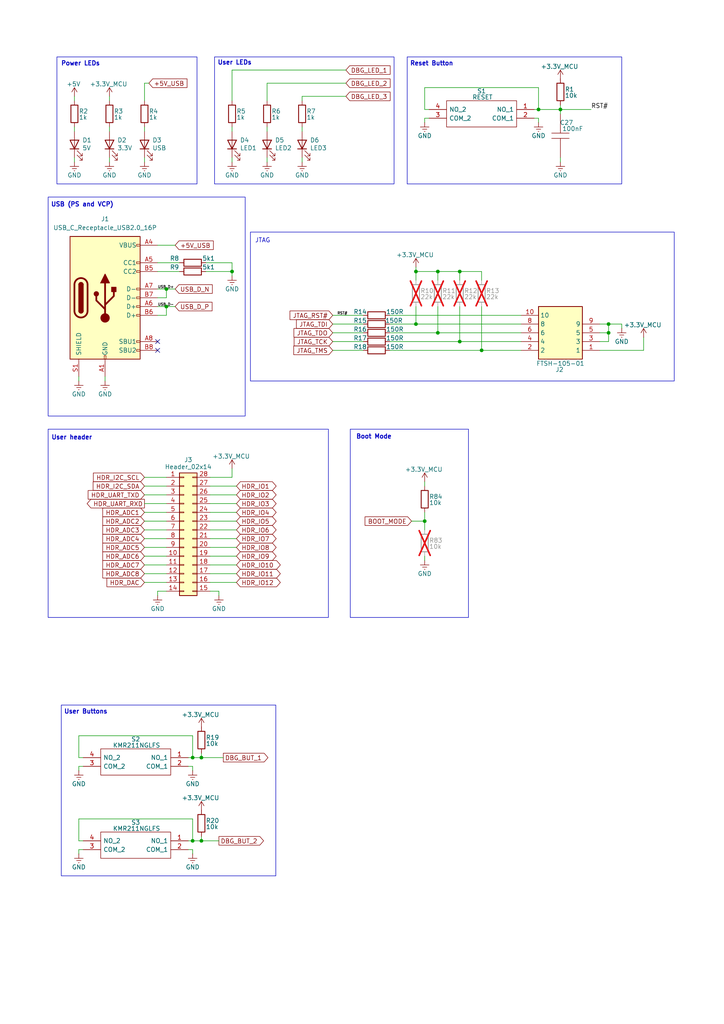
<source format=kicad_sch>
(kicad_sch (version 20231120) (generator "eeschema") (generator_version "8.0")
  (paper "A4" portrait)
  (lib_symbols
    (symbol "Connector:USB_C_Receptacle_USB2.0_16P" (pin_names (offset 1.016))
      (property "Reference" "J" (at 0 22.225 0))
      (property "Value" "USB_C_Receptacle_USB2.0_16P" (at 0 19.685 0))
      (symbol "USB_C_Receptacle_USB2.0_16P_0_0"
        (rectangle (start -0.254 -17.78) (end 0.254 -16.764))
        (rectangle (start 10.16 -14.986) (end 9.144 -15.494))
        (rectangle (start 10.16 -12.446) (end 9.144 -12.954))
        (rectangle (start 10.16 -4.826) (end 9.144 -5.334))
        (rectangle (start 10.16 -2.286) (end 9.144 -2.794))
        (rectangle (start 10.16 0.254) (end 9.144 -0.254))
        (rectangle (start 10.16 2.794) (end 9.144 2.286))
        (rectangle (start 10.16 7.874) (end 9.144 7.366))
        (rectangle (start 10.16 10.414) (end 9.144 9.906))
        (rectangle (start 10.16 15.494) (end 9.144 14.986))
      )
      (symbol "USB_C_Receptacle_USB2.0_16P_0_1"
        (rectangle (start -10.16 17.78) (end 10.16 -17.78) (stroke (width 0.254)) (fill (type background)))
        (arc (start -8.89 -3.81) (mid -6.985 -5.7067) (end -5.08 -3.81) (stroke (width 0.508)))
        (arc (start -7.62 -3.81) (mid -6.985 -4.4423) (end -6.35 -3.81) (stroke (width 0.254)))
        (arc (start -7.62 -3.81) (mid -6.985 -4.4423) (end -6.35 -3.81) (stroke (width 0.254)) (fill (type outline)))
        (rectangle (start -7.62 -3.81) (end -6.35 3.81) (stroke (width 0.254)) (fill (type outline)))
        (arc (start -6.35 3.81) (mid -6.985 4.4423) (end -7.62 3.81) (stroke (width 0.254)))
        (arc (start -6.35 3.81) (mid -6.985 4.4423) (end -7.62 3.81) (stroke (width 0.254)) (fill (type outline)))
        (arc (start -5.08 3.81) (mid -6.985 5.7067) (end -8.89 3.81) (stroke (width 0.508)))
        (circle (center -2.54 1.143) (radius 0.635) (stroke (width 0.254)) (fill (type outline)))
        (circle (center 0 -5.842) (radius 1.27) (fill (type outline)))
        (polyline (pts (xy -8.89 -3.81) (xy -8.89 3.81)) (stroke (width 0.508)))
        (polyline (pts (xy -5.08 3.81) (xy -5.08 -3.81)) (stroke (width 0.508)))
        (polyline (pts (xy 0 -5.842) (xy 0 4.318)) (stroke (width 0.508)))
        (polyline (pts (xy 0 -3.302) (xy -2.54 -0.762) (xy -2.54 0.508)) (stroke (width 0.508)))
        (polyline (pts (xy 0 -2.032) (xy 2.54 0.508) (xy 2.54 1.778)) (stroke (width 0.508)))
        (polyline (pts (xy -1.27 4.318) (xy 0 6.858) (xy 1.27 4.318) (xy -1.27 4.318)) (stroke (width 0.254)) (fill (type outline)))
        (rectangle (start 1.905 1.778) (end 3.175 3.048) (stroke (width 0.254)) (fill (type outline)))
      )
      (symbol "USB_C_Receptacle_USB2.0_16P_1_1"
        (pin passive line (at 0 -22.86 90) (length 5.08) (name "GND") (number "A1"))
        (pin passive line (at 0 -22.86 90) (length 5.08) hide (name "GND") (number "A12"))
        (pin passive line (at 15.24 15.24 180) (length 5.08) (name "VBUS") (number "A4"))
        (pin bidirectional line (at 15.24 10.16 180) (length 5.08) (name "CC1") (number "A5"))
        (pin bidirectional line (at 15.24 -2.54 180) (length 5.08) (name "D+") (number "A6"))
        (pin bidirectional line (at 15.24 2.54 180) (length 5.08) (name "D-") (number "A7"))
        (pin bidirectional line (at 15.24 -12.7 180) (length 5.08) (name "SBU1") (number "A8"))
        (pin passive line (at 15.24 15.24 180) (length 5.08) hide (name "VBUS") (number "A9"))
        (pin passive line (at 0 -22.86 90) (length 5.08) hide (name "GND") (number "B1"))
        (pin passive line (at 0 -22.86 90) (length 5.08) hide (name "GND") (number "B12"))
        (pin passive line (at 15.24 15.24 180) (length 5.08) hide (name "VBUS") (number "B4"))
        (pin bidirectional line (at 15.24 7.62 180) (length 5.08) (name "CC2") (number "B5"))
        (pin bidirectional line (at 15.24 -5.08 180) (length 5.08) (name "D+") (number "B6"))
        (pin bidirectional line (at 15.24 0 180) (length 5.08) (name "D-") (number "B7"))
        (pin bidirectional line (at 15.24 -15.24 180) (length 5.08) (name "SBU2") (number "B8"))
        (pin passive line (at 15.24 15.24 180) (length 5.08) hide (name "VBUS") (number "B9"))
        (pin passive line (at -7.62 -22.86 90) (length 5.08) (name "SHIELD") (number "S1"))
      )
    )
    (symbol "Connector_Generic:Conn_02x14_Counter_Clockwise" (pin_names (offset 1.016) hide)
      (property "Reference" "J" (at 1.27 17.78 0))
      (property "Value" "Conn_02x14_Counter_Clockwise" (at 1.27 -20.32 0))
      (symbol "Conn_02x14_Counter_Clockwise_1_1"
        (rectangle (start -1.27 -17.653) (end 0 -17.907) (stroke (width 0.1524)))
        (rectangle (start -1.27 -15.113) (end 0 -15.367) (stroke (width 0.1524)))
        (rectangle (start -1.27 -12.573) (end 0 -12.827) (stroke (width 0.1524)))
        (rectangle (start -1.27 -10.033) (end 0 -10.287) (stroke (width 0.1524)))
        (rectangle (start -1.27 -7.493) (end 0 -7.747) (stroke (width 0.1524)))
        (rectangle (start -1.27 -4.953) (end 0 -5.207) (stroke (width 0.1524)))
        (rectangle (start -1.27 -2.413) (end 0 -2.667) (stroke (width 0.1524)))
        (rectangle (start -1.27 0.127) (end 0 -0.127) (stroke (width 0.1524)))
        (rectangle (start -1.27 2.667) (end 0 2.413) (stroke (width 0.1524)))
        (rectangle (start -1.27 5.207) (end 0 4.953) (stroke (width 0.1524)))
        (rectangle (start -1.27 7.747) (end 0 7.493) (stroke (width 0.1524)))
        (rectangle (start -1.27 10.287) (end 0 10.033) (stroke (width 0.1524)))
        (rectangle (start -1.27 12.827) (end 0 12.573) (stroke (width 0.1524)))
        (rectangle (start -1.27 15.367) (end 0 15.113) (stroke (width 0.1524)))
        (rectangle (start -1.27 16.51) (end 3.81 -19.05) (stroke (width 0.254)) (fill (type background)))
        (rectangle (start 3.81 -17.653) (end 2.54 -17.907) (stroke (width 0.1524)))
        (rectangle (start 3.81 -15.113) (end 2.54 -15.367) (stroke (width 0.1524)))
        (rectangle (start 3.81 -12.573) (end 2.54 -12.827) (stroke (width 0.1524)))
        (rectangle (start 3.81 -10.033) (end 2.54 -10.287) (stroke (width 0.1524)))
        (rectangle (start 3.81 -7.493) (end 2.54 -7.747) (stroke (width 0.1524)))
        (rectangle (start 3.81 -4.953) (end 2.54 -5.207) (stroke (width 0.1524)))
        (rectangle (start 3.81 -2.413) (end 2.54 -2.667) (stroke (width 0.1524)))
        (rectangle (start 3.81 0.127) (end 2.54 -0.127) (stroke (width 0.1524)))
        (rectangle (start 3.81 2.667) (end 2.54 2.413) (stroke (width 0.1524)))
        (rectangle (start 3.81 5.207) (end 2.54 4.953) (stroke (width 0.1524)))
        (rectangle (start 3.81 7.747) (end 2.54 7.493) (stroke (width 0.1524)))
        (rectangle (start 3.81 10.287) (end 2.54 10.033) (stroke (width 0.1524)))
        (rectangle (start 3.81 12.827) (end 2.54 12.573) (stroke (width 0.1524)))
        (rectangle (start 3.81 15.367) (end 2.54 15.113) (stroke (width 0.1524)))
        (pin passive line (at -5.08 15.24 0) (length 3.81) (name "Pin_1") (number "1"))
        (pin passive line (at -5.08 -7.62 0) (length 3.81) (name "Pin_10") (number "10"))
        (pin passive line (at -5.08 -10.16 0) (length 3.81) (name "Pin_11") (number "11"))
        (pin passive line (at -5.08 -12.7 0) (length 3.81) (name "Pin_12") (number "12"))
        (pin passive line (at -5.08 -15.24 0) (length 3.81) (name "Pin_13") (number "13"))
        (pin passive line (at -5.08 -17.78 0) (length 3.81) (name "Pin_14") (number "14"))
        (pin passive line (at 7.62 -17.78 180) (length 3.81) (name "Pin_15") (number "15"))
        (pin passive line (at 7.62 -15.24 180) (length 3.81) (name "Pin_16") (number "16"))
        (pin passive line (at 7.62 -12.7 180) (length 3.81) (name "Pin_17") (number "17"))
        (pin passive line (at 7.62 -10.16 180) (length 3.81) (name "Pin_18") (number "18"))
        (pin passive line (at 7.62 -7.62 180) (length 3.81) (name "Pin_19") (number "19"))
        (pin passive line (at -5.08 12.7 0) (length 3.81) (name "Pin_2") (number "2"))
        (pin passive line (at 7.62 -5.08 180) (length 3.81) (name "Pin_20") (number "20"))
        (pin passive line (at 7.62 -2.54 180) (length 3.81) (name "Pin_21") (number "21"))
        (pin passive line (at 7.62 0 180) (length 3.81) (name "Pin_22") (number "22"))
        (pin passive line (at 7.62 2.54 180) (length 3.81) (name "Pin_23") (number "23"))
        (pin passive line (at 7.62 5.08 180) (length 3.81) (name "Pin_24") (number "24"))
        (pin passive line (at 7.62 7.62 180) (length 3.81) (name "Pin_25") (number "25"))
        (pin passive line (at 7.62 10.16 180) (length 3.81) (name "Pin_26") (number "26"))
        (pin passive line (at 7.62 12.7 180) (length 3.81) (name "Pin_27") (number "27"))
        (pin passive line (at 7.62 15.24 180) (length 3.81) (name "Pin_28") (number "28"))
        (pin passive line (at -5.08 10.16 0) (length 3.81) (name "Pin_3") (number "3"))
        (pin passive line (at -5.08 7.62 0) (length 3.81) (name "Pin_4") (number "4"))
        (pin passive line (at -5.08 5.08 0) (length 3.81) (name "Pin_5") (number "5"))
        (pin passive line (at -5.08 2.54 0) (length 3.81) (name "Pin_6") (number "6"))
        (pin passive line (at -5.08 0 0) (length 3.81) (name "Pin_7") (number "7"))
        (pin passive line (at -5.08 -2.54 0) (length 3.81) (name "Pin_8") (number "8"))
        (pin passive line (at -5.08 -5.08 0) (length 3.81) (name "Pin_9") (number "9"))
      )
    )
    (symbol "Device:LED" (pin_numbers hide) (pin_names (offset 1.016) hide)
      (property "Reference" "D" (at 0 2.54 0))
      (property "Value" "LED" (at 0 -2.54 0))
      (symbol "LED_0_1"
        (polyline (pts (xy -1.27 -1.27) (xy -1.27 1.27)) (stroke (width 0.254)))
        (polyline (pts (xy -1.27 0) (xy 1.27 0)))
        (polyline (pts (xy 1.27 -1.27) (xy 1.27 1.27) (xy -1.27 0) (xy 1.27 -1.27)) (stroke (width 0.254)))
        (polyline (pts (xy -3.048 -0.762) (xy -4.572 -2.286) (xy -3.81 -2.286) (xy -4.572 -2.286) (xy -4.572 -1.524)))
        (polyline (pts (xy -1.778 -0.762) (xy -3.302 -2.286) (xy -2.54 -2.286) (xy -3.302 -2.286) (xy -3.302 -1.524)))
      )
      (symbol "LED_1_1"
        (pin passive line (at -3.81 0 0) (length 2.54) (name "K") (number "1"))
        (pin passive line (at 3.81 0 180) (length 2.54) (name "A") (number "2"))
      )
    )
    (symbol "Device:R" (pin_numbers hide) (pin_names (offset 0))
      (property "Reference" "R" (at 2.032 0 90))
      (property "Value" "R" (at 0 0 90))
      (symbol "R_0_1"
        (rectangle (start -1.016 -2.54) (end 1.016 2.54) (stroke (width 0.254)))
      )
      (symbol "R_1_1"
        (pin passive line (at 0 3.81 270) (length 1.27) (name "~") (number "1"))
        (pin passive line (at 0 -3.81 90) (length 1.27) (name "~") (number "2"))
      )
    )
    (symbol "RA8M1:885012205092" (pin_numbers hide) (pin_names (offset 0.762))
      (property "Reference" "C" (at 8.89 6.35 0))
      (property "Value" "885012205092" (at 8.89 3.81 0))
      (symbol "885012205092_0_0"
        (pin passive line (at 0 0 0) (length 5.08) (name "~") (number "1"))
        (pin passive line (at 12.7 0 180) (length 5.08) (name "~") (number "2"))
      )
      (symbol "885012205092_0_1"
        (polyline (pts (xy 5.08 0) (xy 5.588 0)) (stroke (width 0.1524)))
        (polyline (pts (xy 5.588 2.54) (xy 5.588 -2.54)) (stroke (width 0.1524)))
        (polyline (pts (xy 7.112 0) (xy 7.62 0)) (stroke (width 0.1524)))
        (polyline (pts (xy 7.112 2.54) (xy 7.112 -2.54)) (stroke (width 0.1524)))
      )
    )
    (symbol "RA8M1:FTSH-105-01-L-DV-007-K-P-TR"
      (property "Reference" "J" (at 19.05 7.62 0))
      (property "Value" "FTSH-105-01-L-DV-007-K-P-TR" (at 19.05 5.08 0))
      (symbol "FTSH-105-01-L-DV-007-K-P-TR_1_1"
        (rectangle (start 5.08 2.54) (end 17.78 -12.7) (stroke (width 0.254)) (fill (type background)))
        (pin passive line (at 0 0 0) (length 5.08) (name "1") (number "1"))
        (pin passive line (at 22.86 -10.16 180) (length 5.08) (name "10") (number "10"))
        (pin passive line (at 22.86 0 180) (length 5.08) (name "2") (number "2"))
        (pin passive line (at 0 -2.54 0) (length 5.08) (name "3") (number "3"))
        (pin passive line (at 22.86 -2.54 180) (length 5.08) (name "4") (number "4"))
        (pin passive line (at 0 -5.08 0) (length 5.08) (name "5") (number "5"))
        (pin passive line (at 22.86 -5.08 180) (length 5.08) (name "6") (number "6"))
        (pin passive line (at 22.86 -7.62 180) (length 5.08) (name "8") (number "8"))
        (pin passive line (at 0 -7.62 0) (length 5.08) (name "9") (number "9"))
      )
    )
    (symbol "RA8M1:KMR211NGLFS" (pin_names (offset 0.762))
      (property "Reference" "S" (at 26.67 7.62 0))
      (property "Value" "KMR211NGLFS" (at 26.67 5.08 0))
      (symbol "KMR211NGLFS_0_0"
        (pin passive line (at 30.48 0 180) (length 5.08) (name "NO_1") (number "1"))
        (pin passive line (at 30.48 -2.54 180) (length 5.08) (name "COM_1") (number "2"))
        (pin passive line (at 0 -2.54 0) (length 5.08) (name "COM_2") (number "3"))
        (pin passive line (at 0 0 0) (length 5.08) (name "NO_2") (number "4"))
      )
      (symbol "KMR211NGLFS_0_1"
        (polyline (pts (xy 5.08 2.54) (xy 25.4 2.54) (xy 25.4 -5.08) (xy 5.08 -5.08) (xy 5.08 2.54)) (stroke (width 0.1524)))
      )
    )
    (symbol "power:+3.3V" (power) (pin_numbers hide) (pin_names (offset 0) hide)
      (property "Value" "+3.3V" (at 0 3.556 0))
      (symbol "+3.3V_0_1"
        (polyline (pts (xy -0.762 1.27) (xy 0 2.54)))
        (polyline (pts (xy 0 0) (xy 0 2.54)))
        (polyline (pts (xy 0 2.54) (xy 0.762 1.27)))
      )
      (symbol "+3.3V_1_1"
        (pin power_in line (at 0 0 90) (length 0) (name "~") (number "1"))
      )
    )
    (symbol "power:Earth" (power) (pin_numbers hide) (pin_names (offset 0) hide)
      (property "Value" "Earth" (at 0 -3.81 0))
      (symbol "Earth_0_1"
        (polyline (pts (xy -0.635 -1.905) (xy 0.635 -1.905)))
        (polyline (pts (xy -0.127 -2.54) (xy 0.127 -2.54)))
        (polyline (pts (xy 0 -1.27) (xy 0 0)))
        (polyline (pts (xy 1.27 -1.27) (xy -1.27 -1.27)))
      )
      (symbol "Earth_1_1"
        (pin power_in line (at 0 0 270) (length 0) (name "~") (number "1"))
      )
    )
  )
  (junction (at 55.88 219.71))
  (junction (at 58.42 243.84))
  (junction (at 120.65 93.98))
  (junction (at 48.26 83.82))
  (junction (at 176.53 93.98))
  (junction (at 48.26 88.9))
  (junction (at 120.65 78.74))
  (junction (at 67.31 78.74))
  (junction (at 58.42 219.71))
  (junction (at 127 96.52))
  (junction (at 176.53 96.52))
  (junction (at 133.35 78.74))
  (junction (at 55.88 243.84))
  (junction (at 133.35 99.06))
  (junction (at 162.56 31.75))
  (junction (at 127 78.74))
  (junction (at 123.19 151.13))
  (junction (at 139.7 101.6))
  (junction (at 156.21 31.75))
  (no_connect (at 45.72 99.06))
  (no_connect (at 45.72 101.6))
  (wire (pts (xy 133.35 78.74) (xy 139.7 78.74)))
  (wire (pts (xy 41.91 45.72) (xy 41.91 46.99)))
  (wire (pts (xy 100.33 24.13) (xy 77.47 24.13)))
  (wire (pts (xy 67.31 80.01) (xy 67.31 78.74)))
  (wire (pts (xy 48.26 91.44) (xy 45.72 91.44)))
  (wire (pts (xy 113.03 99.06) (xy 133.35 99.06)))
  (wire (pts (xy 156.21 25.4) (xy 156.21 31.75)))
  (wire (pts (xy 58.42 243.84) (xy 63.5 243.84)))
  (wire (pts (xy 22.86 243.84) (xy 22.86 237.49)))
  (wire (pts (xy 21.59 45.72) (xy 21.59 46.99)))
  (wire (pts (xy 133.35 88.9) (xy 133.35 99.06)))
  (wire (pts (xy 55.88 213.36) (xy 55.88 219.71)))
  (wire (pts (xy 180.34 93.98) (xy 176.53 93.98)))
  (wire (pts (xy 124.46 31.75) (xy 123.19 31.75)))
  (wire (pts (xy 124.46 34.29) (xy 123.19 34.29)))
  (wire (pts (xy 156.21 31.75) (xy 162.56 31.75)))
  (wire (pts (xy 59.69 76.2) (xy 67.31 76.2)))
  (wire (pts (xy 24.13 219.71) (xy 22.86 219.71)))
  (wire (pts (xy 58.42 242.57) (xy 58.42 243.84)))
  (wire (pts (xy 120.65 77.47) (xy 120.65 78.74)))
  (wire (pts (xy 58.42 243.84) (xy 55.88 243.84)))
  (wire (pts (xy 63.5 171.45) (xy 63.5 172.72)))
  (wire (pts (xy 173.99 99.06) (xy 176.53 99.06)))
  (wire (pts (xy 41.91 168.91) (xy 48.26 168.91)))
  (wire (pts (xy 77.47 24.13) (xy 77.47 29.21)))
  (wire (pts (xy 41.91 36.83) (xy 41.91 38.1)))
  (wire (pts (xy 31.75 27.94) (xy 31.75 29.21)))
  (wire (pts (xy 87.63 36.83) (xy 87.63 38.1)))
  (wire (pts (xy 55.88 222.25) (xy 55.88 223.52)))
  (wire (pts (xy 60.96 158.75) (xy 68.58 158.75)))
  (wire (pts (xy 41.91 148.59) (xy 48.26 148.59)))
  (wire (pts (xy 162.56 46.99) (xy 162.56 45.72)))
  (wire (pts (xy 58.42 219.71) (xy 55.88 219.71)))
  (wire (pts (xy 41.91 153.67) (xy 48.26 153.67)))
  (wire (pts (xy 30.48 110.49) (xy 30.48 109.22)))
  (wire (pts (xy 139.7 88.9) (xy 139.7 101.6)))
  (wire (pts (xy 48.26 171.45) (xy 45.72 171.45)))
  (wire (pts (xy 127 88.9) (xy 127 96.52)))
  (wire (pts (xy 24.13 243.84) (xy 22.86 243.84)))
  (wire (pts (xy 41.91 151.13) (xy 48.26 151.13)))
  (wire (pts (xy 59.69 78.74) (xy 67.31 78.74)))
  (wire (pts (xy 176.53 99.06) (xy 176.53 96.52)))
  (wire (pts (xy 60.96 148.59) (xy 68.58 148.59)))
  (wire (pts (xy 45.72 71.12) (xy 50.8 71.12)))
  (wire (pts (xy 41.91 140.97) (xy 48.26 140.97)))
  (wire (pts (xy 67.31 45.72) (xy 67.31 46.99)))
  (wire (pts (xy 60.96 140.97) (xy 68.58 140.97)))
  (wire (pts (xy 41.91 166.37) (xy 48.26 166.37)))
  (wire (pts (xy 55.88 246.38) (xy 55.88 247.65)))
  (wire (pts (xy 24.13 222.25) (xy 22.86 222.25)))
  (wire (pts (xy 55.88 243.84) (xy 54.61 243.84)))
  (wire (pts (xy 156.21 34.29) (xy 156.21 35.56)))
  (wire (pts (xy 123.19 31.75) (xy 123.19 25.4)))
  (wire (pts (xy 48.26 86.36) (xy 45.72 86.36)))
  (wire (pts (xy 60.96 163.83) (xy 68.58 163.83)))
  (wire (pts (xy 127 78.74) (xy 133.35 78.74)))
  (wire (pts (xy 22.86 213.36) (xy 55.88 213.36)))
  (wire (pts (xy 180.34 95.25) (xy 180.34 93.98)))
  (wire (pts (xy 162.56 31.75) (xy 171.45 31.75)))
  (wire (pts (xy 22.86 237.49) (xy 55.88 237.49)))
  (wire (pts (xy 162.56 33.02) (xy 162.56 31.75)))
  (wire (pts (xy 48.26 88.9) (xy 48.26 91.44)))
  (wire (pts (xy 60.96 143.51) (xy 68.58 143.51)))
  (wire (pts (xy 60.96 146.05) (xy 68.58 146.05)))
  (wire (pts (xy 123.19 151.13) (xy 123.19 153.67)))
  (wire (pts (xy 120.65 78.74) (xy 127 78.74)))
  (wire (pts (xy 123.19 139.7) (xy 123.19 140.97)))
  (wire (pts (xy 48.26 83.82) (xy 48.26 86.36)))
  (wire (pts (xy 119.38 151.13) (xy 123.19 151.13)))
  (wire (pts (xy 96.52 91.44) (xy 105.41 91.44)))
  (wire (pts (xy 31.75 45.72) (xy 31.75 46.99)))
  (wire (pts (xy 67.31 138.43) (xy 60.96 138.43)))
  (wire (pts (xy 60.96 156.21) (xy 68.58 156.21)))
  (wire (pts (xy 48.26 88.9) (xy 50.8 88.9)))
  (wire (pts (xy 60.96 151.13) (xy 68.58 151.13)))
  (wire (pts (xy 123.19 148.59) (xy 123.19 151.13)))
  (wire (pts (xy 45.72 88.9) (xy 48.26 88.9)))
  (wire (pts (xy 113.03 96.52) (xy 127 96.52)))
  (wire (pts (xy 48.26 83.82) (xy 50.8 83.82)))
  (wire (pts (xy 120.65 81.28) (xy 120.65 78.74)))
  (wire (pts (xy 60.96 168.91) (xy 68.58 168.91)))
  (wire (pts (xy 67.31 36.83) (xy 67.31 38.1)))
  (wire (pts (xy 22.86 110.49) (xy 22.86 109.22)))
  (wire (pts (xy 133.35 78.74) (xy 133.35 81.28)))
  (wire (pts (xy 45.72 171.45) (xy 45.72 172.72)))
  (wire (pts (xy 60.96 153.67) (xy 68.58 153.67)))
  (wire (pts (xy 55.88 219.71) (xy 54.61 219.71)))
  (wire (pts (xy 31.75 36.83) (xy 31.75 38.1)))
  (wire (pts (xy 173.99 96.52) (xy 176.53 96.52)))
  (wire (pts (xy 77.47 45.72) (xy 77.47 46.99)))
  (wire (pts (xy 162.56 30.48) (xy 162.56 31.75)))
  (wire (pts (xy 156.21 31.75) (xy 154.94 31.75)))
  (wire (pts (xy 67.31 20.32) (xy 67.31 29.21)))
  (wire (pts (xy 186.69 97.79) (xy 186.69 101.6)))
  (wire (pts (xy 45.72 76.2) (xy 52.07 76.2)))
  (wire (pts (xy 54.61 246.38) (xy 55.88 246.38)))
  (wire (pts (xy 123.19 34.29) (xy 123.19 35.56)))
  (wire (pts (xy 113.03 91.44) (xy 151.13 91.44)))
  (wire (pts (xy 41.91 161.29) (xy 48.26 161.29)))
  (wire (pts (xy 96.52 101.6) (xy 105.41 101.6)))
  (wire (pts (xy 41.91 143.51) (xy 48.26 143.51)))
  (wire (pts (xy 123.19 25.4) (xy 156.21 25.4)))
  (wire (pts (xy 123.19 161.29) (xy 123.19 162.56)))
  (wire (pts (xy 41.91 138.43) (xy 48.26 138.43)))
  (wire (pts (xy 176.53 96.52) (xy 176.53 93.98)))
  (wire (pts (xy 45.72 83.82) (xy 48.26 83.82)))
  (wire (pts (xy 154.94 34.29) (xy 156.21 34.29)))
  (wire (pts (xy 43.18 24.13) (xy 41.91 24.13)))
  (wire (pts (xy 41.91 158.75) (xy 48.26 158.75)))
  (wire (pts (xy 96.52 96.52) (xy 105.41 96.52)))
  (wire (pts (xy 113.03 101.6) (xy 139.7 101.6)))
  (wire (pts (xy 127 96.52) (xy 151.13 96.52)))
  (wire (pts (xy 55.88 237.49) (xy 55.88 243.84)))
  (wire (pts (xy 67.31 135.89) (xy 67.31 138.43)))
  (wire (pts (xy 186.69 101.6) (xy 173.99 101.6)))
  (wire (pts (xy 96.52 99.06) (xy 105.41 99.06)))
  (wire (pts (xy 41.91 146.05) (xy 48.26 146.05)))
  (wire (pts (xy 120.65 93.98) (xy 151.13 93.98)))
  (wire (pts (xy 22.86 222.25) (xy 22.86 223.52)))
  (wire (pts (xy 113.03 93.98) (xy 120.65 93.98)))
  (wire (pts (xy 58.42 219.71) (xy 64.77 219.71)))
  (wire (pts (xy 21.59 27.94) (xy 21.59 29.21)))
  (wire (pts (xy 100.33 20.32) (xy 67.31 20.32)))
  (wire (pts (xy 96.52 93.98) (xy 105.41 93.98)))
  (wire (pts (xy 100.33 27.94) (xy 87.63 27.94)))
  (wire (pts (xy 41.91 24.13) (xy 41.91 29.21)))
  (wire (pts (xy 87.63 45.72) (xy 87.63 46.99)))
  (wire (pts (xy 22.86 246.38) (xy 22.86 247.65)))
  (wire (pts (xy 58.42 218.44) (xy 58.42 219.71)))
  (wire (pts (xy 176.53 93.98) (xy 173.99 93.98)))
  (wire (pts (xy 41.91 156.21) (xy 48.26 156.21)))
  (wire (pts (xy 67.31 76.2) (xy 67.31 78.74)))
  (wire (pts (xy 21.59 36.83) (xy 21.59 38.1)))
  (wire (pts (xy 60.96 171.45) (xy 63.5 171.45)))
  (wire (pts (xy 24.13 246.38) (xy 22.86 246.38)))
  (wire (pts (xy 139.7 78.74) (xy 139.7 81.28)))
  (wire (pts (xy 139.7 101.6) (xy 151.13 101.6)))
  (wire (pts (xy 22.86 219.71) (xy 22.86 213.36)))
  (wire (pts (xy 120.65 88.9) (xy 120.65 93.98)))
  (wire (pts (xy 127 78.74) (xy 127 81.28)))
  (wire (pts (xy 60.96 166.37) (xy 68.58 166.37)))
  (wire (pts (xy 77.47 36.83) (xy 77.47 38.1)))
  (wire (pts (xy 45.72 78.74) (xy 52.07 78.74)))
  (wire (pts (xy 41.91 163.83) (xy 48.26 163.83)))
  (wire (pts (xy 60.96 161.29) (xy 68.58 161.29)))
  (wire (pts (xy 87.63 27.94) (xy 87.63 29.21)))
  (wire (pts (xy 133.35 99.06) (xy 151.13 99.06)))
  (wire (pts (xy 54.61 222.25) (xy 55.88 222.25)))
  (rectangle (start 16.51 16.51) (end 57.15 53.34))
  (rectangle (start 72.644 67.31) (end 195.58 110.49))
  (rectangle (start 118.11 16.51) (end 180.34 53.34))
  (rectangle (start 13.97 57.15) (end 71.12 120.65))
  (rectangle (start 101.6 124.46) (end 135.89 179.07))
  (rectangle (start 62.23 16.51) (end 114.3 53.34))
  (rectangle (start 13.97 124.46) (end 95.25 179.07))
  (rectangle (start 17.78 204.47) (end 80.01 254))
  (text "User header" (at 20.828 127 0) (effects (font (size 1.27 1.27) (thickness 0.254) (bold yes))))
  (text "User Buttons" (at 24.892 206.502 0) (effects (font (size 1.27 1.27) (thickness 0.254) (bold yes))))
  (text "Power LEDs" (at 23.368 18.542 0) (effects (font (size 1.27 1.27) (thickness 0.254) (bold yes))))
  (text "User LEDs" (at 68.072 18.288 0) (effects (font (size 1.27 1.27) (thickness 0.254) (bold yes))))
  (text "USB (PS and VCP)" (at 23.876 59.436 0) (effects (font (size 1.27 1.27) (thickness 0.254) (bold yes))))
  (text "JTAG" (at 76.2 69.85 0) (effects (font (size 1.27 1.27))))
  (text "Reset Button" (at 125.222 18.542 0) (effects (font (size 1.27 1.27) (thickness 0.254) (bold yes))))
  (text "Boot Mode" (at 108.458 126.746 0) (effects (font (size 1.27 1.27) (thickness 0.254) (bold yes))))
  (label "RST#" (at 171.45 31.75 0))
  (label "USB_D-" (at 45.72 88.9 0) (effects (font (size 0.762 0.762))))
  (label "RST#" (at 97.79 91.44 0) (effects (font (size 0.762 0.762))))
  (label "USB_D+" (at 45.72 83.82 0) (effects (font (size 0.762 0.762))))
  (global_label "JTAG_TCK" (shape input) (at 96.52 99.06 180) (property "Intersheetrefs" "${INTERSHEET_REFS}" (effects (hide yes))))
  (global_label "HDR_I2C_SCL" (shape input) (at 41.91 138.43 180) (property "Intersheetrefs" "${INTERSHEET_REFS}" (effects (hide yes))))
  (global_label "HDR_IO9" (shape bidirectional) (at 68.58 161.29 0) (property "Intersheetrefs" "${INTERSHEET_REFS}" (effects (hide yes))))
  (global_label "+5V_USB" (shape input) (at 43.18 24.13 0) (property "Intersheetrefs" "${INTERSHEET_REFS}" (effects (hide yes))))
  (global_label "HDR_ADC2" (shape input) (at 41.91 151.13 180) (property "Intersheetrefs" "${INTERSHEET_REFS}" (effects (hide yes))))
  (global_label "JTAG_TMS" (shape input) (at 96.52 101.6 180) (property "Intersheetrefs" "${INTERSHEET_REFS}" (effects (hide yes))))
  (global_label "DBG_LED_1" (shape input) (at 100.33 20.32 0) (property "Intersheetrefs" "${INTERSHEET_REFS}" (effects (hide yes))))
  (global_label "USB_D_P" (shape input) (at 50.8 88.9 0) (property "Intersheetrefs" "${INTERSHEET_REFS}" (effects (hide yes))))
  (global_label "HDR_IO3" (shape bidirectional) (at 68.58 146.05 0) (property "Intersheetrefs" "${INTERSHEET_REFS}" (effects (hide yes))))
  (global_label "HDR_UART_RXD" (shape output) (at 41.91 146.05 180) (property "Intersheetrefs" "${INTERSHEET_REFS}" (effects (hide yes))))
  (global_label "HDR_IO4" (shape bidirectional) (at 68.58 148.59 0) (property "Intersheetrefs" "${INTERSHEET_REFS}" (effects (hide yes))))
  (global_label "HDR_ADC1" (shape input) (at 41.91 148.59 180) (property "Intersheetrefs" "${INTERSHEET_REFS}" (effects (hide yes))))
  (global_label "HDR_IO7" (shape bidirectional) (at 68.58 156.21 0) (property "Intersheetrefs" "${INTERSHEET_REFS}" (effects (hide yes))))
  (global_label "HDR_ADC4" (shape input) (at 41.91 156.21 180) (property "Intersheetrefs" "${INTERSHEET_REFS}" (effects (hide yes))))
  (global_label "HDR_IO6" (shape bidirectional) (at 68.58 153.67 0) (property "Intersheetrefs" "${INTERSHEET_REFS}" (effects (hide yes))))
  (global_label "HDR_IO5" (shape bidirectional) (at 68.58 151.13 0) (property "Intersheetrefs" "${INTERSHEET_REFS}" (effects (hide yes))))
  (global_label "HDR_IO8" (shape bidirectional) (at 68.58 158.75 0) (property "Intersheetrefs" "${INTERSHEET_REFS}" (effects (hide yes))))
  (global_label "HDR_IO11" (shape bidirectional) (at 68.58 166.37 0) (property "Intersheetrefs" "${INTERSHEET_REFS}" (effects (hide yes))))
  (global_label "DBG_BUT_1" (shape output) (at 64.77 219.71 0) (property "Intersheetrefs" "${INTERSHEET_REFS}" (effects (hide yes))))
  (global_label "HDR_ADC3" (shape input) (at 41.91 153.67 180) (property "Intersheetrefs" "${INTERSHEET_REFS}" (effects (hide yes))))
  (global_label "HDR_IO2" (shape bidirectional) (at 68.58 143.51 0) (property "Intersheetrefs" "${INTERSHEET_REFS}" (effects (hide yes))))
  (global_label "JTAG_TDO" (shape input) (at 96.52 96.52 180) (property "Intersheetrefs" "${INTERSHEET_REFS}" (effects (hide yes))))
  (global_label "JTAG_TDI" (shape input) (at 96.52 93.98 180) (property "Intersheetrefs" "${INTERSHEET_REFS}" (effects (hide yes))))
  (global_label "HDR_IO1" (shape bidirectional) (at 68.58 140.97 0) (property "Intersheetrefs" "${INTERSHEET_REFS}" (effects (hide yes))))
  (global_label "BOOT_MODE" (shape input) (at 119.38 151.13 180) (property "Intersheetrefs" "${INTERSHEET_REFS}" (effects (hide yes))))
  (global_label "DBG_LED_2" (shape input) (at 100.33 24.13 0) (property "Intersheetrefs" "${INTERSHEET_REFS}" (effects (hide yes))))
  (global_label "HDR_ADC6" (shape input) (at 41.91 161.29 180) (property "Intersheetrefs" "${INTERSHEET_REFS}" (effects (hide yes))))
  (global_label "USB_D_N" (shape input) (at 50.8 83.82 0) (property "Intersheetrefs" "${INTERSHEET_REFS}" (effects (hide yes))))
  (global_label "+5V_USB" (shape input) (at 50.8 71.12 0) (property "Intersheetrefs" "${INTERSHEET_REFS}" (effects (hide yes))))
  (global_label "HDR_ADC5" (shape input) (at 41.91 158.75 180) (property "Intersheetrefs" "${INTERSHEET_REFS}" (effects (hide yes))))
  (global_label "HDR_I2C_SDA" (shape input) (at 41.91 140.97 180) (property "Intersheetrefs" "${INTERSHEET_REFS}" (effects (hide yes))))
  (global_label "HDR_UART_TXD" (shape input) (at 41.91 143.51 180) (property "Intersheetrefs" "${INTERSHEET_REFS}" (effects (hide yes))))
  (global_label "DBG_LED_3" (shape input) (at 100.33 27.94 0) (property "Intersheetrefs" "${INTERSHEET_REFS}" (effects (hide yes))))
  (global_label "HDR_DAC" (shape input) (at 41.91 168.91 180) (property "Intersheetrefs" "${INTERSHEET_REFS}" (effects (hide yes))))
  (global_label "HDR_ADC8" (shape input) (at 41.91 166.37 180) (property "Intersheetrefs" "${INTERSHEET_REFS}" (effects (hide yes))))
  (global_label "JTAG_RST#" (shape input) (at 96.52 91.44 180) (property "Intersheetrefs" "${INTERSHEET_REFS}" (effects (hide yes))))
  (global_label "HDR_IO10" (shape bidirectional) (at 68.58 163.83 0) (property "Intersheetrefs" "${INTERSHEET_REFS}" (effects (hide yes))))
  (global_label "DBG_BUT_2" (shape output) (at 63.5 243.84 0) (property "Intersheetrefs" "${INTERSHEET_REFS}" (effects (hide yes))))
  (global_label "HDR_ADC7" (shape input) (at 41.91 163.83 180) (property "Intersheetrefs" "${INTERSHEET_REFS}" (effects (hide yes))))
  (global_label "HDR_IO12" (shape bidirectional) (at 68.58 168.91 0) (property "Intersheetrefs" "${INTERSHEET_REFS}" (effects (hide yes))))
  (symbol (lib_id "Device:R") (at 133.35 85.09 0) (unit 1) (dnp yes)
    (property "Reference" "R12" (at 134.62 84.328 0) (effects (justify left)))
    (property "Value" "22k" (at 134.62 86.106 0) (effects (justify left)))
    (property "Footprint" "Resistor_SMD:R_0402_1005Metric" (effects (hide yes)))
    (property "Description" "Resistor" (effects (hide yes)))
    (property "Manufacturer" "Würth Elektronik" (effects (hide yes)))
    (property "MPN" " 560112110098" (effects (hide yes)))
  )
  (symbol (lib_id "power:Earth") (at 22.86 247.65 0) (unit 1)
    (property "Reference" "#PWR047" (effects (hide yes)))
    (property "Value" "GND" (at 22.86 251.46 0))
    (property "Description" "Power symbol creates a global label with name \"Earth\"" (effects (hide yes)))
  )
  (symbol (lib_id "power:+3.3V") (at 67.31 135.89 0) (unit 1)
    (property "Reference" "#PWR040" (effects (hide yes)))
    (property "Value" "+3.3V_MCU" (at 67.056 132.334 0))
    (property "Description" "Power symbol creates a global label with name \"+3.3V\"" (effects (hide yes)))
  )
  (symbol (lib_id "Device:LED") (at 87.63 41.91 90) (unit 1)
    (property "Reference" "D6" (at 89.916 40.64 90) (effects (justify right)))
    (property "Value" "LED3" (at 89.916 42.926 90) (effects (justify right)))
    (property "Footprint" "LED_SMD:LED_0805_2012Metric" (effects (hide yes)))
    (property "Description" "Light emitting diode" (effects (hide yes)))
    (property "Manufacturer" "Wurth Elektronik " (effects (hide yes)))
    (property "MPN" "150080RS75000 " (effects (hide yes)))
  )
  (symbol (lib_id "Device:R") (at 77.47 33.02 0) (unit 1)
    (property "Reference" "R6" (at 78.74 32.258 0) (effects (justify left)))
    (property "Value" "1k" (at 78.74 34.036 0) (effects (justify left)))
    (property "Footprint" "Resistor_SMD:R_0402_1005Metric" (effects (hide yes)))
    (property "Description" "Resistor" (effects (hide yes)))
    (property "Manufacturer" "Würth Elektronik" (effects (hide yes)))
    (property "MPN" "560112110012" (effects (hide yes)))
  )
  (symbol (lib_id "Device:R") (at 109.22 101.6 90) (unit 1)
    (property "Reference" "R18" (at 106.426 100.584 90) (effects (justify left)))
    (property "Value" "150R" (at 117.094 100.584 90) (effects (justify left)))
    (property "Footprint" "Resistor_SMD:R_0402_1005Metric" (effects (hide yes)))
    (property "Description" "Resistor" (effects (hide yes)))
    (property "Manufacturer" "Würth Elektronik" (effects (hide yes)))
    (property "MPN" "560112110061" (effects (hide yes)))
  )
  (symbol (lib_id "Device:LED") (at 31.75 41.91 90) (unit 1)
    (property "Reference" "D2" (at 34.036 40.64 90) (effects (justify right)))
    (property "Value" "3.3V" (at 34.036 42.926 90) (effects (justify right)))
    (property "Footprint" "LED_SMD:LED_0805_2012Metric" (effects (hide yes)))
    (property "Description" "Light emitting diode" (effects (hide yes)))
    (property "Manufacturer" "Wurth Elektronik " (effects (hide yes)))
    (property "MPN" "150080RS75000 " (effects (hide yes)))
  )
  (symbol (lib_id "power:Earth") (at 55.88 223.52 0) (unit 1)
    (property "Reference" "#PWR045" (effects (hide yes)))
    (property "Value" "GND" (at 55.88 227.33 0))
    (property "Description" "Power symbol creates a global label with name \"Earth\"" (effects (hide yes)))
  )
  (symbol (lib_id "Device:R") (at 139.7 85.09 0) (unit 1) (dnp yes)
    (property "Reference" "R13" (at 140.97 84.328 0) (effects (justify left)))
    (property "Value" "22k" (at 140.97 86.106 0) (effects (justify left)))
    (property "Footprint" "Resistor_SMD:R_0402_1005Metric" (effects (hide yes)))
    (property "Description" "Resistor" (effects (hide yes)))
    (property "Manufacturer" "Würth Elektronik" (effects (hide yes)))
    (property "MPN" " 560112110098" (effects (hide yes)))
  )
  (symbol (lib_id "Device:R") (at 123.19 144.78 0) (unit 1)
    (property "Reference" "R84" (at 124.46 144.018 0) (effects (justify left)))
    (property "Value" "10k" (at 124.46 145.796 0) (effects (justify left)))
    (property "Footprint" "Resistor_SMD:R_0402_1005Metric" (effects (hide yes)))
    (property "Description" "Resistor" (effects (hide yes)))
    (property "Manufacturer" "Würth Elektronik" (effects (hide yes)))
    (property "MPN" "560112110020" (effects (hide yes)))
  )
  (symbol (lib_id "power:Earth") (at 156.21 35.56 0) (unit 1)
    (property "Reference" "#PWR026" (effects (hide yes)))
    (property "Value" "GND" (at 156.21 39.37 0))
    (property "Description" "Power symbol creates a global label with name \"Earth\"" (effects (hide yes)))
  )
  (symbol (lib_id "power:+3.3V") (at 31.75 27.94 0) (unit 1)
    (property "Reference" "#PWR024" (effects (hide yes)))
    (property "Value" "+3.3V_MCU" (at 31.496 24.384 0))
    (property "Description" "Power symbol creates a global label with name \"+3.3V\"" (effects (hide yes)))
  )
  (symbol (lib_id "power:+3.3V") (at 58.42 234.95 0) (unit 1)
    (property "Reference" "#PWR046" (effects (hide yes)))
    (property "Value" "+3.3V_MCU" (at 58.166 231.394 0))
    (property "Description" "Power symbol creates a global label with name \"+3.3V\"" (effects (hide yes)))
  )
  (symbol (lib_id "power:Earth") (at 180.34 95.25 0) (unit 1)
    (property "Reference" "#PWR036" (effects (hide yes)))
    (property "Value" "GND" (at 180.34 99.06 0))
    (property "Description" "Power symbol creates a global label with name \"Earth\"" (effects (hide yes)))
  )
  (symbol (lib_id "Device:R") (at 120.65 85.09 0) (unit 1) (dnp yes)
    (property "Reference" "R10" (at 121.92 84.328 0) (effects (justify left)))
    (property "Value" "22k" (at 121.92 86.106 0) (effects (justify left)))
    (property "Footprint" "Resistor_SMD:R_0402_1005Metric" (effects (hide yes)))
    (property "Description" "Resistor" (effects (hide yes)))
    (property "Manufacturer" "Würth Elektronik" (effects (hide yes)))
    (property "MPN" " 560112110098" (effects (hide yes)))
  )
  (symbol (lib_id "Connector:USB_C_Receptacle_USB2.0_16P") (at 30.48 86.36 0) (unit 1)
    (property "Reference" "J1" (at 30.48 63.5 0))
    (property "Value" "USB_C_Receptacle_USB2.0_16P" (at 30.48 66.04 0))
    (property "Footprint" "Connector_USB:USB_C_Receptacle_GCT_USB4110" (effects (hide yes)))
    (property "Datasheet" "https://www.usb.org/sites/default/files/documents/usb_type-c.zip" (effects (hide yes)))
    (property "Description" "USB 2.0-only 16P Type-C Receptacle connector" (effects (hide yes)))
    (property "Manufacturer" "GCT " (effects (hide yes)))
    (property "MPN" "USB4110-GF-A " (effects (hide yes)))
  )
  (symbol (lib_id "Device:R") (at 109.22 93.98 90) (unit 1)
    (property "Reference" "R15" (at 106.426 92.964 90) (effects (justify left)))
    (property "Value" "150R" (at 116.84 92.964 90) (effects (justify left)))
    (property "Footprint" "Resistor_SMD:R_0402_1005Metric" (effects (hide yes)))
    (property "Description" "Resistor" (effects (hide yes)))
    (property "Manufacturer" "Würth Elektronik" (effects (hide yes)))
    (property "MPN" "560112110061" (effects (hide yes)))
  )
  (symbol (lib_id "RA8M1:885012205092") (at 162.56 45.72 90) (unit 1)
    (property "Reference" "C27" (at 164.338 35.56 90))
    (property "Value" "100nF" (at 166.116 37.338 90))
    (property "Footprint" "Capacitor_SMD:C_0402_1005Metric" (effects (hide yes)))
    (property "Height" "0.7" (effects (hide yes)))
    (property "Manufacturer" "Wurth Elektronik" (effects (hide yes)))
    (property "MPN" "885012205092" (effects (hide yes)))
  )
  (symbol (lib_id "power:+3.3V") (at 21.59 27.94 0) (unit 1)
    (property "Reference" "#PWR023" (effects (hide yes)))
    (property "Value" "+5V" (at 21.336 24.384 0))
    (property "Description" "Power symbol creates a global label with name \"+3.3V\"" (effects (hide yes)))
  )
  (symbol (lib_id "Connector_Generic:Conn_02x14_Counter_Clockwise") (at 53.34 153.67 0) (unit 1)
    (property "Reference" "J3" (at 54.61 133.35 0))
    (property "Value" "Header_02x14" (at 54.61 135.382 0))
    (property "Footprint" "Connector_PinHeader_2.54mm:PinHeader_2x14_P2.54mm_Vertical" (effects (hide yes)))
    (property "Description" "Generic connector, double row, 02x14, counter clockwise pin numbering scheme (similar to DIP package numbering), script generated (kicad-library-utils/schlib/autogen/connector/)" (effects (hide yes)))
  )
  (symbol (lib_id "Device:R") (at 21.59 33.02 0) (unit 1)
    (property "Reference" "R2" (at 22.86 32.258 0) (effects (justify left)))
    (property "Value" "1k" (at 22.86 34.036 0) (effects (justify left)))
    (property "Footprint" "Resistor_SMD:R_0402_1005Metric" (effects (hide yes)))
    (property "Description" "Resistor" (effects (hide yes)))
    (property "Manufacturer" "Würth Elektronik" (effects (hide yes)))
    (property "MPN" "560112110012 " (effects (hide yes)))
  )
  (symbol (lib_id "power:Earth") (at 87.63 46.99 0) (unit 1)
    (property "Reference" "#PWR032" (effects (hide yes)))
    (property "Value" "GND" (at 87.63 50.8 0))
    (property "Description" "Power symbol creates a global label with name \"Earth\"" (effects (hide yes)))
  )
  (symbol (lib_id "Device:R") (at 67.31 33.02 0) (unit 1)
    (property "Reference" "R5" (at 68.58 32.258 0) (effects (justify left)))
    (property "Value" "1k" (at 68.58 34.036 0) (effects (justify left)))
    (property "Footprint" "Resistor_SMD:R_0402_1005Metric" (effects (hide yes)))
    (property "Description" "Resistor" (effects (hide yes)))
    (property "Manufacturer" "Würth Elektronik" (effects (hide yes)))
    (property "MPN" "560112110012" (effects (hide yes)))
  )
  (symbol (lib_id "power:Earth") (at 63.5 172.72 0) (unit 1)
    (property "Reference" "#PWR042" (effects (hide yes)))
    (property "Value" "GND" (at 63.5 176.53 0))
    (property "Description" "Power symbol creates a global label with name \"Earth\"" (effects (hide yes)))
  )
  (symbol (lib_id "Device:R") (at 127 85.09 0) (unit 1) (dnp yes)
    (property "Reference" "R11" (at 128.27 84.328 0) (effects (justify left)))
    (property "Value" "22k" (at 128.27 86.106 0) (effects (justify left)))
    (property "Footprint" "Resistor_SMD:R_0402_1005Metric" (effects (hide yes)))
    (property "Description" "Resistor" (effects (hide yes)))
    (property "Manufacturer" "Würth Elektronik" (effects (hide yes)))
    (property "MPN" " 560112110098" (effects (hide yes)))
  )
  (symbol (lib_id "power:+3.3V") (at 162.56 22.86 0) (unit 1)
    (property "Reference" "#PWR022" (effects (hide yes)))
    (property "Value" "+3.3V_MCU" (at 162.306 19.304 0))
    (property "Description" "Power symbol creates a global label with name \"+3.3V\"" (effects (hide yes)))
  )
  (symbol (lib_id "Device:R") (at 55.88 76.2 270) (unit 1)
    (property "Reference" "R8" (at 49.276 74.93 90) (effects (justify left)))
    (property "Value" "5k1" (at 58.674 74.93 90) (effects (justify left)))
    (property "Footprint" "Resistor_SMD:R_0402_1005Metric" (effects (hide yes)))
    (property "Description" "Resistor" (effects (hide yes)))
    (property "Manufacturer" "Würth Elektronik" (effects (hide yes)))
    (property "MPN" "560112120019" (effects (hide yes)))
  )
  (symbol (lib_id "Device:LED") (at 41.91 41.91 90) (unit 1)
    (property "Reference" "D3" (at 44.196 40.64 90) (effects (justify right)))
    (property "Value" "USB" (at 44.196 42.926 90) (effects (justify right)))
    (property "Footprint" "LED_SMD:LED_0805_2012Metric" (effects (hide yes)))
    (property "Description" "Light emitting diode" (effects (hide yes)))
    (property "Manufacturer" "Wurth Elektronik " (effects (hide yes)))
    (property "MPN" "150080RS75000 " (effects (hide yes)))
  )
  (symbol (lib_id "power:Earth") (at 67.31 46.99 0) (unit 1)
    (property "Reference" "#PWR030" (effects (hide yes)))
    (property "Value" "GND" (at 67.31 50.8 0))
    (property "Description" "Power symbol creates a global label with name \"Earth\"" (effects (hide yes)))
  )
  (symbol (lib_id "power:+3.3V") (at 58.42 210.82 0) (unit 1)
    (property "Reference" "#PWR043" (effects (hide yes)))
    (property "Value" "+3.3V_MCU" (at 58.166 207.264 0))
    (property "Description" "Power symbol creates a global label with name \"+3.3V\"" (effects (hide yes)))
  )
  (symbol (lib_id "power:Earth") (at 31.75 46.99 0) (unit 1)
    (property "Reference" "#PWR028" (effects (hide yes)))
    (property "Value" "GND" (at 31.75 50.8 0))
    (property "Description" "Power symbol creates a global label with name \"Earth\"" (effects (hide yes)))
  )
  (symbol (lib_id "power:Earth") (at 67.31 80.01 0) (unit 1)
    (property "Reference" "#PWR035" (effects (hide yes)))
    (property "Value" "GND" (at 67.31 83.82 0))
    (property "Description" "Power symbol creates a global label with name \"Earth\"" (effects (hide yes)))
  )
  (symbol (lib_id "power:+3.3V") (at 120.65 77.47 0) (unit 1)
    (property "Reference" "#PWR034" (effects (hide yes)))
    (property "Value" "+3.3V_MCU" (at 120.396 73.914 0))
    (property "Description" "Power symbol creates a global label with name \"+3.3V\"" (effects (hide yes)))
  )
  (symbol (lib_id "power:Earth") (at 21.59 46.99 0) (unit 1)
    (property "Reference" "#PWR027" (effects (hide yes)))
    (property "Value" "GND" (at 21.59 50.8 0))
    (property "Description" "Power symbol creates a global label with name \"Earth\"" (effects (hide yes)))
  )
  (symbol (lib_id "RA8M1:KMR211NGLFS") (at 24.13 219.71 0) (unit 1)
    (property "Reference" "S2" (at 39.37 214.376 0))
    (property "Value" "KMR211NGLFS" (at 39.624 216.154 0))
    (property "Footprint" "RA8M1:KMR211NGLFS-1" (effects (hide yes)))
    (property "Datasheet" "https://www.ckswitches.com/media/1479/kmr2.pdf" (effects (hide yes)))
    (property "Description" "KMR211NGLFS (Tactile Switches)" (effects (hide yes)))
    (property "Height" "2.1" (effects (hide yes)))
    (property "Mouser Part Number" "611-KMR211NGLFS" (effects (hide yes)))
    (property "Mouser Price/Stock" "https://www.mouser.co.uk/ProductDetail/CK/KMR211NGLFS?qs=sb%252But3Lm4x0YFJ%252BbUfSD0g%3D%3D" (effects (hide yes)))
    (property "Manufacturer" "C & K COMPONENTS" (effects (hide yes)))
    (property "MPN" "KMR211NGLFS" (effects (hide yes)))
  )
  (symbol (lib_id "Device:R") (at 109.22 99.06 90) (unit 1)
    (property "Reference" "R17" (at 106.426 98.044 90) (effects (justify left)))
    (property "Value" "150R" (at 117.094 98.044 90) (effects (justify left)))
    (property "Footprint" "Resistor_SMD:R_0402_1005Metric" (effects (hide yes)))
    (property "Description" "Resistor" (effects (hide yes)))
    (property "Manufacturer" "Würth Elektronik" (effects (hide yes)))
    (property "MPN" "560112110061" (effects (hide yes)))
  )
  (symbol (lib_id "RA8M1:KMR211NGLFS") (at 124.46 31.75 0) (unit 1)
    (property "Reference" "S1" (at 139.7 26.416 0))
    (property "Value" "RESET" (at 139.954 28.194 0))
    (property "Footprint" "RA8M1:KMR211NGLFS-1" (effects (hide yes)))
    (property "Datasheet" "https://www.ckswitches.com/media/1479/kmr2.pdf" (effects (hide yes)))
    (property "Description" "KMR211NGLFS (Tactile Switches)" (effects (hide yes)))
    (property "Height" "2.1" (effects (hide yes)))
    (property "Mouser Part Number" "611-KMR211NGLFS" (effects (hide yes)))
    (property "Mouser Price/Stock" "https://www.mouser.co.uk/ProductDetail/CK/KMR211NGLFS?qs=sb%252But3Lm4x0YFJ%252BbUfSD0g%3D%3D" (effects (hide yes)))
    (property "Manufacturer_Name" "C & K COMPONENTS" (effects (hide yes)))
    (property "Manufacturer_Part_Number" "KMR211NGLFS" (effects (hide yes)))
  )
  (symbol (lib_id "power:Earth") (at 22.86 223.52 0) (unit 1)
    (property "Reference" "#PWR044" (effects (hide yes)))
    (property "Value" "GND" (at 22.86 227.33 0))
    (property "Description" "Power symbol creates a global label with name \"Earth\"" (effects (hide yes)))
  )
  (symbol (lib_id "power:Earth") (at 123.19 35.56 0) (unit 1)
    (property "Reference" "#PWR025" (effects (hide yes)))
    (property "Value" "GND" (at 123.19 39.37 0))
    (property "Description" "Power symbol creates a global label with name \"Earth\"" (effects (hide yes)))
  )
  (symbol (lib_id "Device:LED") (at 67.31 41.91 90) (unit 1)
    (property "Reference" "D4" (at 69.596 40.64 90) (effects (justify right)))
    (property "Value" "LED1" (at 69.596 42.926 90) (effects (justify right)))
    (property "Footprint" "LED_SMD:LED_0805_2012Metric" (effects (hide yes)))
    (property "Description" "Light emitting diode" (effects (hide yes)))
    (property "Manufacturer" "Wurth Elektronik " (effects (hide yes)))
    (property "MPN" "150080RS75000 " (effects (hide yes)))
  )
  (symbol (lib_id "Device:R") (at 55.88 78.74 270) (unit 1)
    (property "Reference" "R9" (at 49.276 77.47 90) (effects (justify left)))
    (property "Value" "5k1" (at 58.674 77.47 90) (effects (justify left)))
    (property "Footprint" "Resistor_SMD:R_0402_1005Metric" (effects (hide yes)))
    (property "Description" "Resistor" (effects (hide yes)))
    (property "Manufacturer" "Würth Elektronik" (effects (hide yes)))
    (property "MPN" "560112120019" (effects (hide yes)))
  )
  (symbol (lib_id "RA8M1:FTSH-105-01-L-DV-007-K-P-TR") (at 173.99 101.6 180) (unit 1)
    (property "Reference" "J2" (at 162.306 107.188 0))
    (property "Value" "FTSH-105-01" (at 162.56 105.41 0))
    (property "Footprint" "RA8M1:FTSH10501LDV007K" (effects (hide yes)))
    (property "Datasheet" "http://suddendocs.samtec.com/prints/ftsh-1xx-xx-xxx-dv-xxx-xxx-mkt.pdf" (effects (hide yes)))
    (property "Description" "Samtec, FTSH, 10 Way, 2 Row, Vertical PCB Header" (effects (hide yes)))
    (property "Height" "5.56" (effects (hide yes)))
    (property "Mouser Part Number" "200-FTSH10501LDV7KP" (effects (hide yes)))
    (property "Mouser Price/Stock" "https://www.mouser.co.uk/ProductDetail/Samtec/FTSH-105-01-L-DV-007-K-P-TR?qs=PB6%2FjmICvI0BGX3D20mLsw%3D%3D" (effects (hide yes)))
    (property "Manufacturer" "SAMTEC" (effects (hide yes)))
    (property "MPN" "FTSH-105-01-L-DV-007-K-P-TR" (effects (hide yes)))
  )
  (symbol (lib_id "power:Earth") (at 30.48 110.49 0) (unit 1)
    (property "Reference" "#PWR039" (effects (hide yes)))
    (property "Value" "GND" (at 30.48 114.3 0))
    (property "Description" "Power symbol creates a global label with name \"Earth\"" (effects (hide yes)))
  )
  (symbol (lib_id "Device:LED") (at 21.59 41.91 90) (unit 1)
    (property "Reference" "D1" (at 23.876 40.64 90) (effects (justify right)))
    (property "Value" "5V" (at 23.876 42.926 90) (effects (justify right)))
    (property "Footprint" "LED_SMD:LED_0805_2012Metric" (effects (hide yes)))
    (property "Description" "Light emitting diode" (effects (hide yes)))
    (property "Manufacturer" "Wurth Elektronik " (effects (hide yes)))
    (property "MPN" "150080RS75000 " (effects (hide yes)))
  )
  (symbol (lib_id "power:Earth") (at 77.47 46.99 0) (unit 1)
    (property "Reference" "#PWR031" (effects (hide yes)))
    (property "Value" "GND" (at 77.47 50.8 0))
    (property "Description" "Power symbol creates a global label with name \"Earth\"" (effects (hide yes)))
  )
  (symbol (lib_id "Device:R") (at 41.91 33.02 0) (unit 1)
    (property "Reference" "R4" (at 43.18 32.258 0) (effects (justify left)))
    (property "Value" "1k" (at 43.18 34.036 0) (effects (justify left)))
    (property "Footprint" "Resistor_SMD:R_0402_1005Metric" (effects (hide yes)))
    (property "Description" "Resistor" (effects (hide yes)))
    (property "Manufacturer" "Würth Elektronik" (effects (hide yes)))
    (property "MPN" "560112110012" (effects (hide yes)))
  )
  (symbol (lib_id "Device:R") (at 31.75 33.02 0) (unit 1)
    (property "Reference" "R3" (at 33.02 32.258 0) (effects (justify left)))
    (property "Value" "1k" (at 33.02 34.036 0) (effects (justify left)))
    (property "Footprint" "Resistor_SMD:R_0402_1005Metric" (effects (hide yes)))
    (property "Description" "Resistor" (effects (hide yes)))
    (property "Manufacturer" "Würth Elektronik" (effects (hide yes)))
    (property "MPN" "560112110012" (effects (hide yes)))
  )
  (symbol (lib_id "Device:R") (at 58.42 214.63 0) (unit 1)
    (property "Reference" "R19" (at 59.69 213.868 0) (effects (justify left)))
    (property "Value" "10k" (at 59.69 215.646 0) (effects (justify left)))
    (property "Footprint" "Resistor_SMD:R_0402_1005Metric" (effects (hide yes)))
    (property "Description" "Resistor" (effects (hide yes)))
    (property "Manufacturer" "Würth Elektronik" (effects (hide yes)))
    (property "MPN" "560112110020" (effects (hide yes)))
  )
  (symbol (lib_id "power:+3.3V") (at 123.19 139.7 0) (unit 1)
    (property "Reference" "#PWR0151" (effects (hide yes)))
    (property "Value" "+3.3V_MCU" (at 122.936 136.144 0))
    (property "Description" "Power symbol creates a global label with name \"+3.3V\"" (effects (hide yes)))
  )
  (symbol (lib_id "power:+3.3V") (at 186.69 97.79 0) (unit 1)
    (property "Reference" "#PWR037" (effects (hide yes)))
    (property "Value" "+3.3V_MCU" (at 186.436 94.234 0))
    (property "Description" "Power symbol creates a global label with name \"+3.3V\"" (effects (hide yes)))
  )
  (symbol (lib_id "power:Earth") (at 55.88 247.65 0) (unit 1)
    (property "Reference" "#PWR048" (effects (hide yes)))
    (property "Value" "GND" (at 55.88 251.46 0))
    (property "Description" "Power symbol creates a global label with name \"Earth\"" (effects (hide yes)))
  )
  (symbol (lib_id "Device:R") (at 109.22 96.52 90) (unit 1)
    (property "Reference" "R16" (at 106.426 95.504 90) (effects (justify left)))
    (property "Value" "150R" (at 117.094 95.504 90) (effects (justify left)))
    (property "Footprint" "Resistor_SMD:R_0402_1005Metric" (effects (hide yes)))
    (property "Description" "Resistor" (effects (hide yes)))
    (property "Manufacturer" "Würth Elektronik" (effects (hide yes)))
    (property "MPN" "560112110061" (effects (hide yes)))
  )
  (symbol (lib_id "power:Earth") (at 45.72 172.72 0) (unit 1)
    (property "Reference" "#PWR041" (effects (hide yes)))
    (property "Value" "GND" (at 45.72 176.53 0))
    (property "Description" "Power symbol creates a global label with name \"Earth\"" (effects (hide yes)))
  )
  (symbol (lib_id "power:Earth") (at 162.56 46.99 0) (unit 1)
    (property "Reference" "#PWR033" (effects (hide yes)))
    (property "Value" "GND" (at 162.56 50.8 0))
    (property "Description" "Power symbol creates a global label with name \"Earth\"" (effects (hide yes)))
  )
  (symbol (lib_id "RA8M1:KMR211NGLFS") (at 24.13 243.84 0) (unit 1)
    (property "Reference" "S3" (at 39.37 238.506 0))
    (property "Value" "KMR211NGLFS" (at 39.624 240.284 0))
    (property "Footprint" "RA8M1:KMR211NGLFS-1" (effects (hide yes)))
    (property "Datasheet" "https://www.ckswitches.com/media/1479/kmr2.pdf" (effects (hide yes)))
    (property "Description" "KMR211NGLFS (Tactile Switches)" (effects (hide yes)))
    (property "Height" "2.1" (effects (hide yes)))
    (property "Mouser Part Number" "611-KMR211NGLFS" (effects (hide yes)))
    (property "Mouser Price/Stock" "https://www.mouser.co.uk/ProductDetail/CK/KMR211NGLFS?qs=sb%252But3Lm4x0YFJ%252BbUfSD0g%3D%3D" (effects (hide yes)))
    (property "Manufacturer_Name" "C & K COMPONENTS" (effects (hide yes)))
    (property "Manufacturer_Part_Number" "KMR211NGLFS" (effects (hide yes)))
  )
  (symbol (lib_id "power:Earth") (at 22.86 110.49 0) (unit 1)
    (property "Reference" "#PWR038" (effects (hide yes)))
    (property "Value" "GND" (at 22.86 114.3 0))
    (property "Description" "Power symbol creates a global label with name \"Earth\"" (effects (hide yes)))
  )
  (symbol (lib_id "Device:R") (at 58.42 238.76 0) (unit 1)
    (property "Reference" "R20" (at 59.69 237.998 0) (effects (justify left)))
    (property "Value" "10k" (at 59.69 239.776 0) (effects (justify left)))
    (property "Footprint" "Resistor_SMD:R_0402_1005Metric" (effects (hide yes)))
    (property "Description" "Resistor" (effects (hide yes)))
    (property "Manufacturer" "Würth Elektronik" (effects (hide yes)))
    (property "MPN" "560112110020" (effects (hide yes)))
  )
  (symbol (lib_id "Device:R") (at 87.63 33.02 0) (unit 1)
    (property "Reference" "R7" (at 88.9 32.258 0) (effects (justify left)))
    (property "Value" "1k" (at 88.9 34.036 0) (effects (justify left)))
    (property "Footprint" "Resistor_SMD:R_0402_1005Metric" (effects (hide yes)))
    (property "Description" "Resistor" (effects (hide yes)))
    (property "Manufacturer" "Würth Elektronik" (effects (hide yes)))
    (property "MPN" "560112110012" (effects (hide yes)))
  )
  (symbol (lib_id "power:Earth") (at 123.19 162.56 0) (unit 1)
    (property "Reference" "#PWR0152" (effects (hide yes)))
    (property "Value" "GND" (at 123.19 166.37 0))
    (property "Description" "Power symbol creates a global label with name \"Earth\"" (effects (hide yes)))
  )
  (symbol (lib_id "power:Earth") (at 41.91 46.99 0) (unit 1)
    (property "Reference" "#PWR029" (effects (hide yes)))
    (property "Value" "GND" (at 41.91 50.8 0))
    (property "Description" "Power symbol creates a global label with name \"Earth\"" (effects (hide yes)))
  )
  (symbol (lib_id "Device:R") (at 162.56 26.67 0) (unit 1)
    (property "Reference" "R1" (at 163.83 25.908 0) (effects (justify left)))
    (property "Value" "10k" (at 163.83 27.686 0) (effects (justify left)))
    (property "Footprint" "Resistor_SMD:R_0402_1005Metric" (effects (hide yes)))
    (property "Description" "Resistor" (effects (hide yes)))
    (property "Manufacturer" "Würth Elektronik" (effects (hide yes)))
    (property "MPN" "560112110020" (effects (hide yes)))
  )
  (symbol (lib_id "Device:R") (at 123.19 157.48 0) (unit 1) (dnp yes)
    (property "Reference" "R83" (at 124.46 156.718 0) (effects (justify left)))
    (property "Value" "10k" (at 124.46 158.496 0) (effects (justify left)))
    (property "Footprint" "Resistor_SMD:R_0402_1005Metric" (effects (hide yes)))
    (property "Description" "Resistor" (effects (hide yes)))
    (property "Manufacturer" "Würth Elektronik" (effects (hide yes)))
    (property "MPN" "560112110020" (effects (hide yes)))
  )
  (symbol (lib_id "Device:LED") (at 77.47 41.91 90) (unit 1)
    (property "Reference" "D5" (at 79.756 40.64 90) (effects (justify right)))
    (property "Value" "LED2" (at 79.756 42.926 90) (effects (justify right)))
    (property "Footprint" "LED_SMD:LED_0805_2012Metric" (effects (hide yes)))
    (property "Description" "Light emitting diode" (effects (hide yes)))
    (property "Manufacturer" "Wurth Elektronik " (effects (hide yes)))
    (property "MPN" "150080RS75000 " (effects (hide yes)))
  )
  (symbol (lib_id "Device:R") (at 109.22 91.44 90) (unit 1)
    (property "Reference" "R14" (at 106.426 90.424 90) (effects (justify left)))
    (property "Value" "150R" (at 117.094 90.424 90) (effects (justify left)))
    (property "Footprint" "Resistor_SMD:R_0402_1005Metric" (effects (hide yes)))
    (property "Description" "Resistor" (effects (hide yes)))
    (property "Manufacturer" "Würth Elektronik" (effects (hide yes)))
    (property "MPN" "560112110061" (effects (hide yes)))
  )
)
</source>
